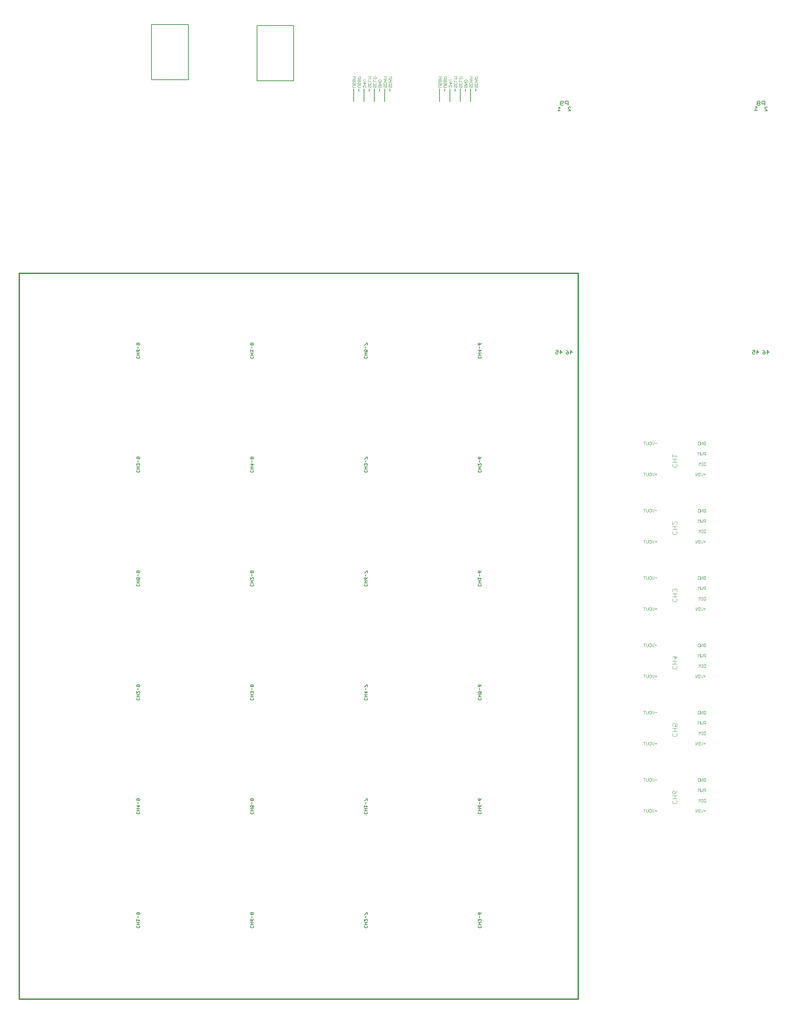
<source format=gbr>
G04 EAGLE Gerber X2 export*
%TF.Part,Single*%
%TF.FileFunction,Legend,Bot,1*%
%TF.FilePolarity,Positive*%
%TF.GenerationSoftware,Autodesk,EAGLE,8.6.1*%
%TF.CreationDate,2018-02-09T18:52:31Z*%
G75*
%MOMM*%
%FSLAX34Y34*%
%LPD*%
%AMOC8*
5,1,8,0,0,1.08239X$1,22.5*%
G01*
%ADD10C,0.101600*%
%ADD11C,0.304800*%
%ADD12C,0.152400*%
%ADD13C,0.050800*%
%ADD14C,0.203200*%
%ADD15C,0.127000*%
%ADD16C,0.177800*%


D10*
X2349847Y1021510D02*
X2351796Y1019561D01*
X2351796Y1015663D01*
X2349847Y1013714D01*
X2342051Y1013714D01*
X2340102Y1015663D01*
X2340102Y1019561D01*
X2342051Y1021510D01*
X2340102Y1025408D02*
X2351796Y1025408D01*
X2345949Y1025408D02*
X2345949Y1033204D01*
X2351796Y1033204D02*
X2340102Y1033204D01*
X2349847Y1041000D02*
X2351796Y1044898D01*
X2349847Y1041000D02*
X2345949Y1037102D01*
X2342051Y1037102D01*
X2340102Y1039051D01*
X2340102Y1042949D01*
X2342051Y1044898D01*
X2344000Y1044898D01*
X2345949Y1042949D01*
X2345949Y1037102D01*
X2351796Y1184661D02*
X2349847Y1186610D01*
X2351796Y1184661D02*
X2351796Y1180763D01*
X2349847Y1178814D01*
X2342051Y1178814D01*
X2340102Y1180763D01*
X2340102Y1184661D01*
X2342051Y1186610D01*
X2340102Y1190508D02*
X2351796Y1190508D01*
X2345949Y1190508D02*
X2345949Y1198304D01*
X2351796Y1198304D02*
X2340102Y1198304D01*
X2351796Y1202202D02*
X2351796Y1209998D01*
X2351796Y1202202D02*
X2345949Y1202202D01*
X2347898Y1206100D01*
X2347898Y1208049D01*
X2345949Y1209998D01*
X2342051Y1209998D01*
X2340102Y1208049D01*
X2340102Y1204151D01*
X2342051Y1202202D01*
X2351796Y1349761D02*
X2349847Y1351710D01*
X2351796Y1349761D02*
X2351796Y1345863D01*
X2349847Y1343914D01*
X2342051Y1343914D01*
X2340102Y1345863D01*
X2340102Y1349761D01*
X2342051Y1351710D01*
X2340102Y1355608D02*
X2351796Y1355608D01*
X2345949Y1355608D02*
X2345949Y1363404D01*
X2351796Y1363404D02*
X2340102Y1363404D01*
X2340102Y1373149D02*
X2351796Y1373149D01*
X2345949Y1367302D01*
X2345949Y1375098D01*
X2351796Y1514861D02*
X2349847Y1516810D01*
X2351796Y1514861D02*
X2351796Y1510963D01*
X2349847Y1509014D01*
X2342051Y1509014D01*
X2340102Y1510963D01*
X2340102Y1514861D01*
X2342051Y1516810D01*
X2340102Y1520708D02*
X2351796Y1520708D01*
X2345949Y1520708D02*
X2345949Y1528504D01*
X2351796Y1528504D02*
X2340102Y1528504D01*
X2349847Y1532402D02*
X2351796Y1534351D01*
X2351796Y1538249D01*
X2349847Y1540198D01*
X2347898Y1540198D01*
X2345949Y1538249D01*
X2345949Y1536300D01*
X2345949Y1538249D02*
X2344000Y1540198D01*
X2342051Y1540198D01*
X2340102Y1538249D01*
X2340102Y1534351D01*
X2342051Y1532402D01*
X2351796Y1679961D02*
X2349847Y1681910D01*
X2351796Y1679961D02*
X2351796Y1676063D01*
X2349847Y1674114D01*
X2342051Y1674114D01*
X2340102Y1676063D01*
X2340102Y1679961D01*
X2342051Y1681910D01*
X2340102Y1685808D02*
X2351796Y1685808D01*
X2345949Y1685808D02*
X2345949Y1693604D01*
X2351796Y1693604D02*
X2340102Y1693604D01*
X2340102Y1697502D02*
X2340102Y1705298D01*
X2340102Y1697502D02*
X2347898Y1705298D01*
X2349847Y1705298D01*
X2351796Y1703349D01*
X2351796Y1699451D01*
X2349847Y1697502D01*
X2351796Y1845061D02*
X2349847Y1847010D01*
X2351796Y1845061D02*
X2351796Y1841163D01*
X2349847Y1839214D01*
X2342051Y1839214D01*
X2340102Y1841163D01*
X2340102Y1845061D01*
X2342051Y1847010D01*
X2340102Y1850908D02*
X2351796Y1850908D01*
X2345949Y1850908D02*
X2345949Y1858704D01*
X2351796Y1858704D02*
X2340102Y1858704D01*
X2347898Y1862602D02*
X2351796Y1866500D01*
X2340102Y1866500D01*
X2340102Y1862602D02*
X2340102Y1870398D01*
D11*
X2109470Y533908D02*
X737870Y533908D01*
X2109470Y533908D02*
X2109470Y2313940D01*
X737870Y2313940D01*
X737870Y533908D01*
D12*
X1583588Y2735377D02*
X1583588Y2767127D01*
X1570888Y2767127D02*
X1570888Y2760777D01*
X1558188Y2767127D02*
X1558188Y2735377D01*
X1647088Y2760777D02*
X1647088Y2767127D01*
X1634388Y2767127D02*
X1634388Y2735377D01*
X1621688Y2760777D02*
X1621688Y2767127D01*
X1608988Y2767127D02*
X1608988Y2735377D01*
X1596288Y2760777D02*
X1596288Y2767127D01*
D13*
X1624699Y2775301D02*
X1625885Y2774115D01*
X1625885Y2771742D01*
X1624699Y2770556D01*
X1619954Y2770556D01*
X1618767Y2771742D01*
X1618767Y2774115D01*
X1619954Y2775301D01*
X1622326Y2775301D01*
X1622326Y2772929D01*
X1618767Y2777572D02*
X1625885Y2777572D01*
X1618767Y2782318D01*
X1625885Y2782318D01*
X1625885Y2784589D02*
X1618767Y2784589D01*
X1618767Y2788148D01*
X1619954Y2789334D01*
X1624699Y2789334D01*
X1625885Y2788148D01*
X1625885Y2784589D01*
X1580667Y2775301D02*
X1580667Y2770556D01*
X1585413Y2775301D01*
X1586599Y2775301D01*
X1587785Y2774115D01*
X1587785Y2771742D01*
X1586599Y2770556D01*
X1587785Y2781131D02*
X1580667Y2781131D01*
X1584226Y2777572D02*
X1587785Y2781131D01*
X1584226Y2782318D02*
X1584226Y2777572D01*
X1583040Y2784589D02*
X1587785Y2784589D01*
X1583040Y2784589D02*
X1580667Y2786961D01*
X1583040Y2789334D01*
X1587785Y2789334D01*
X1650099Y2775301D02*
X1651285Y2774115D01*
X1651285Y2771742D01*
X1650099Y2770556D01*
X1648913Y2770556D01*
X1647726Y2771742D01*
X1647726Y2774115D01*
X1646540Y2775301D01*
X1645354Y2775301D01*
X1644167Y2774115D01*
X1644167Y2771742D01*
X1645354Y2770556D01*
X1644167Y2777572D02*
X1651285Y2777572D01*
X1644167Y2777572D02*
X1644167Y2781131D01*
X1645354Y2782318D01*
X1650099Y2782318D01*
X1651285Y2781131D01*
X1651285Y2777572D01*
X1648913Y2784589D02*
X1644167Y2784589D01*
X1648913Y2784589D02*
X1651285Y2786961D01*
X1648913Y2789334D01*
X1644167Y2789334D01*
X1647726Y2789334D02*
X1647726Y2784589D01*
X1644167Y2791605D02*
X1651285Y2791605D01*
X1651285Y2795164D01*
X1650099Y2796350D01*
X1647726Y2796350D01*
X1646540Y2795164D01*
X1646540Y2791605D01*
X1637399Y2775301D02*
X1638585Y2774115D01*
X1638585Y2771742D01*
X1637399Y2770556D01*
X1636213Y2770556D01*
X1635026Y2771742D01*
X1635026Y2774115D01*
X1633840Y2775301D01*
X1632654Y2775301D01*
X1631467Y2774115D01*
X1631467Y2771742D01*
X1632654Y2770556D01*
X1631467Y2777572D02*
X1638585Y2777572D01*
X1631467Y2777572D02*
X1631467Y2781131D01*
X1632654Y2782318D01*
X1637399Y2782318D01*
X1638585Y2781131D01*
X1638585Y2777572D01*
X1636213Y2784589D02*
X1631467Y2784589D01*
X1636213Y2784589D02*
X1638585Y2786961D01*
X1636213Y2789334D01*
X1631467Y2789334D01*
X1635026Y2789334D02*
X1635026Y2784589D01*
X1631467Y2791605D02*
X1638585Y2791605D01*
X1636213Y2793978D01*
X1638585Y2796350D01*
X1631467Y2796350D01*
X1611999Y2775301D02*
X1613185Y2774115D01*
X1613185Y2771742D01*
X1611999Y2770556D01*
X1610813Y2770556D01*
X1609626Y2771742D01*
X1609626Y2774115D01*
X1608440Y2775301D01*
X1607254Y2775301D01*
X1606067Y2774115D01*
X1606067Y2771742D01*
X1607254Y2770556D01*
X1613185Y2781131D02*
X1611999Y2782318D01*
X1613185Y2781131D02*
X1613185Y2778759D01*
X1611999Y2777572D01*
X1607254Y2777572D01*
X1606067Y2778759D01*
X1606067Y2781131D01*
X1607254Y2782318D01*
X1606067Y2784589D02*
X1613185Y2784589D01*
X1606067Y2784589D02*
X1606067Y2789334D01*
X1606067Y2791605D02*
X1613185Y2791605D01*
X1613185Y2795164D01*
X1611999Y2796350D01*
X1609626Y2796350D01*
X1608440Y2795164D01*
X1608440Y2791605D01*
X1599299Y2775301D02*
X1600485Y2774115D01*
X1600485Y2771742D01*
X1599299Y2770556D01*
X1598113Y2770556D01*
X1596926Y2771742D01*
X1596926Y2774115D01*
X1595740Y2775301D01*
X1594554Y2775301D01*
X1593367Y2774115D01*
X1593367Y2771742D01*
X1594554Y2770556D01*
X1600485Y2781131D02*
X1599299Y2782318D01*
X1600485Y2781131D02*
X1600485Y2778759D01*
X1599299Y2777572D01*
X1594554Y2777572D01*
X1593367Y2778759D01*
X1593367Y2781131D01*
X1594554Y2782318D01*
X1593367Y2784589D02*
X1600485Y2784589D01*
X1593367Y2784589D02*
X1593367Y2789334D01*
X1593367Y2791605D02*
X1600485Y2791605D01*
X1598113Y2793978D01*
X1600485Y2796350D01*
X1593367Y2796350D01*
X1575085Y2770556D02*
X1569154Y2770556D01*
X1567967Y2771742D01*
X1567967Y2774115D01*
X1569154Y2775301D01*
X1575085Y2775301D01*
X1575085Y2781131D02*
X1573899Y2782318D01*
X1575085Y2781131D02*
X1575085Y2778759D01*
X1573899Y2777572D01*
X1572713Y2777572D01*
X1571526Y2778759D01*
X1571526Y2781131D01*
X1570340Y2782318D01*
X1569154Y2782318D01*
X1567967Y2781131D01*
X1567967Y2778759D01*
X1569154Y2777572D01*
X1567967Y2784589D02*
X1575085Y2784589D01*
X1575085Y2788148D01*
X1573899Y2789334D01*
X1572713Y2789334D01*
X1571526Y2788148D01*
X1570340Y2789334D01*
X1569154Y2789334D01*
X1567967Y2788148D01*
X1567967Y2784589D01*
X1571526Y2784589D02*
X1571526Y2788148D01*
X1567967Y2791605D02*
X1575085Y2791605D01*
X1575085Y2795164D01*
X1573899Y2796350D01*
X1571526Y2796350D01*
X1570340Y2795164D01*
X1570340Y2791605D01*
X1562385Y2770556D02*
X1556454Y2770556D01*
X1555267Y2771742D01*
X1555267Y2774115D01*
X1556454Y2775301D01*
X1562385Y2775301D01*
X1562385Y2781131D02*
X1561199Y2782318D01*
X1562385Y2781131D02*
X1562385Y2778759D01*
X1561199Y2777572D01*
X1560013Y2777572D01*
X1558826Y2778759D01*
X1558826Y2781131D01*
X1557640Y2782318D01*
X1556454Y2782318D01*
X1555267Y2781131D01*
X1555267Y2778759D01*
X1556454Y2777572D01*
X1555267Y2784589D02*
X1562385Y2784589D01*
X1562385Y2788148D01*
X1561199Y2789334D01*
X1560013Y2789334D01*
X1558826Y2788148D01*
X1557640Y2789334D01*
X1556454Y2789334D01*
X1555267Y2788148D01*
X1555267Y2784589D01*
X1558826Y2784589D02*
X1558826Y2788148D01*
X1555267Y2791605D02*
X1562385Y2791605D01*
X1560013Y2793978D01*
X1562385Y2796350D01*
X1555267Y2796350D01*
D12*
X1794408Y2767127D02*
X1794408Y2735377D01*
X1781708Y2760777D02*
X1781708Y2767127D01*
X1769008Y2767127D02*
X1769008Y2735377D01*
X1857908Y2760777D02*
X1857908Y2767127D01*
X1845208Y2767127D02*
X1845208Y2735377D01*
X1832508Y2760777D02*
X1832508Y2767127D01*
X1819808Y2767127D02*
X1819808Y2735377D01*
X1807108Y2760777D02*
X1807108Y2767127D01*
D13*
X1835519Y2775301D02*
X1836705Y2774115D01*
X1836705Y2771742D01*
X1835519Y2770556D01*
X1830774Y2770556D01*
X1829587Y2771742D01*
X1829587Y2774115D01*
X1830774Y2775301D01*
X1833146Y2775301D01*
X1833146Y2772929D01*
X1829587Y2777572D02*
X1836705Y2777572D01*
X1829587Y2782318D01*
X1836705Y2782318D01*
X1836705Y2784589D02*
X1829587Y2784589D01*
X1829587Y2788148D01*
X1830774Y2789334D01*
X1835519Y2789334D01*
X1836705Y2788148D01*
X1836705Y2784589D01*
X1791487Y2775301D02*
X1791487Y2770556D01*
X1796233Y2775301D01*
X1797419Y2775301D01*
X1798605Y2774115D01*
X1798605Y2771742D01*
X1797419Y2770556D01*
X1798605Y2781131D02*
X1791487Y2781131D01*
X1795046Y2777572D02*
X1798605Y2781131D01*
X1795046Y2782318D02*
X1795046Y2777572D01*
X1793860Y2784589D02*
X1798605Y2784589D01*
X1793860Y2784589D02*
X1791487Y2786961D01*
X1793860Y2789334D01*
X1798605Y2789334D01*
X1860919Y2775301D02*
X1862105Y2774115D01*
X1862105Y2771742D01*
X1860919Y2770556D01*
X1859733Y2770556D01*
X1858546Y2771742D01*
X1858546Y2774115D01*
X1857360Y2775301D01*
X1856174Y2775301D01*
X1854987Y2774115D01*
X1854987Y2771742D01*
X1856174Y2770556D01*
X1854987Y2777572D02*
X1862105Y2777572D01*
X1854987Y2777572D02*
X1854987Y2781131D01*
X1856174Y2782318D01*
X1860919Y2782318D01*
X1862105Y2781131D01*
X1862105Y2777572D01*
X1859733Y2784589D02*
X1854987Y2784589D01*
X1859733Y2784589D02*
X1862105Y2786961D01*
X1859733Y2789334D01*
X1854987Y2789334D01*
X1858546Y2789334D02*
X1858546Y2784589D01*
X1854987Y2791605D02*
X1862105Y2791605D01*
X1862105Y2795164D01*
X1860919Y2796350D01*
X1858546Y2796350D01*
X1857360Y2795164D01*
X1857360Y2791605D01*
X1848219Y2775301D02*
X1849405Y2774115D01*
X1849405Y2771742D01*
X1848219Y2770556D01*
X1847033Y2770556D01*
X1845846Y2771742D01*
X1845846Y2774115D01*
X1844660Y2775301D01*
X1843474Y2775301D01*
X1842287Y2774115D01*
X1842287Y2771742D01*
X1843474Y2770556D01*
X1842287Y2777572D02*
X1849405Y2777572D01*
X1842287Y2777572D02*
X1842287Y2781131D01*
X1843474Y2782318D01*
X1848219Y2782318D01*
X1849405Y2781131D01*
X1849405Y2777572D01*
X1847033Y2784589D02*
X1842287Y2784589D01*
X1847033Y2784589D02*
X1849405Y2786961D01*
X1847033Y2789334D01*
X1842287Y2789334D01*
X1845846Y2789334D02*
X1845846Y2784589D01*
X1842287Y2791605D02*
X1849405Y2791605D01*
X1847033Y2793978D01*
X1849405Y2796350D01*
X1842287Y2796350D01*
X1822819Y2775301D02*
X1824005Y2774115D01*
X1824005Y2771742D01*
X1822819Y2770556D01*
X1821633Y2770556D01*
X1820446Y2771742D01*
X1820446Y2774115D01*
X1819260Y2775301D01*
X1818074Y2775301D01*
X1816887Y2774115D01*
X1816887Y2771742D01*
X1818074Y2770556D01*
X1824005Y2781131D02*
X1822819Y2782318D01*
X1824005Y2781131D02*
X1824005Y2778759D01*
X1822819Y2777572D01*
X1818074Y2777572D01*
X1816887Y2778759D01*
X1816887Y2781131D01*
X1818074Y2782318D01*
X1816887Y2784589D02*
X1824005Y2784589D01*
X1816887Y2784589D02*
X1816887Y2789334D01*
X1816887Y2791605D02*
X1824005Y2791605D01*
X1824005Y2795164D01*
X1822819Y2796350D01*
X1820446Y2796350D01*
X1819260Y2795164D01*
X1819260Y2791605D01*
X1810119Y2775301D02*
X1811305Y2774115D01*
X1811305Y2771742D01*
X1810119Y2770556D01*
X1808933Y2770556D01*
X1807746Y2771742D01*
X1807746Y2774115D01*
X1806560Y2775301D01*
X1805374Y2775301D01*
X1804187Y2774115D01*
X1804187Y2771742D01*
X1805374Y2770556D01*
X1811305Y2781131D02*
X1810119Y2782318D01*
X1811305Y2781131D02*
X1811305Y2778759D01*
X1810119Y2777572D01*
X1805374Y2777572D01*
X1804187Y2778759D01*
X1804187Y2781131D01*
X1805374Y2782318D01*
X1804187Y2784589D02*
X1811305Y2784589D01*
X1804187Y2784589D02*
X1804187Y2789334D01*
X1804187Y2791605D02*
X1811305Y2791605D01*
X1808933Y2793978D01*
X1811305Y2796350D01*
X1804187Y2796350D01*
X1785905Y2770556D02*
X1779974Y2770556D01*
X1778787Y2771742D01*
X1778787Y2774115D01*
X1779974Y2775301D01*
X1785905Y2775301D01*
X1785905Y2781131D02*
X1784719Y2782318D01*
X1785905Y2781131D02*
X1785905Y2778759D01*
X1784719Y2777572D01*
X1783533Y2777572D01*
X1782346Y2778759D01*
X1782346Y2781131D01*
X1781160Y2782318D01*
X1779974Y2782318D01*
X1778787Y2781131D01*
X1778787Y2778759D01*
X1779974Y2777572D01*
X1778787Y2784589D02*
X1785905Y2784589D01*
X1785905Y2788148D01*
X1784719Y2789334D01*
X1783533Y2789334D01*
X1782346Y2788148D01*
X1781160Y2789334D01*
X1779974Y2789334D01*
X1778787Y2788148D01*
X1778787Y2784589D01*
X1782346Y2784589D02*
X1782346Y2788148D01*
X1778787Y2791605D02*
X1785905Y2791605D01*
X1785905Y2795164D01*
X1784719Y2796350D01*
X1782346Y2796350D01*
X1781160Y2795164D01*
X1781160Y2791605D01*
X1773205Y2770556D02*
X1767274Y2770556D01*
X1766087Y2771742D01*
X1766087Y2774115D01*
X1767274Y2775301D01*
X1773205Y2775301D01*
X1773205Y2781131D02*
X1772019Y2782318D01*
X1773205Y2781131D02*
X1773205Y2778759D01*
X1772019Y2777572D01*
X1770833Y2777572D01*
X1769646Y2778759D01*
X1769646Y2781131D01*
X1768460Y2782318D01*
X1767274Y2782318D01*
X1766087Y2781131D01*
X1766087Y2778759D01*
X1767274Y2777572D01*
X1766087Y2784589D02*
X1773205Y2784589D01*
X1773205Y2788148D01*
X1772019Y2789334D01*
X1770833Y2789334D01*
X1769646Y2788148D01*
X1768460Y2789334D01*
X1767274Y2789334D01*
X1766087Y2788148D01*
X1766087Y2784589D01*
X1769646Y2784589D02*
X1769646Y2788148D01*
X1766087Y2791605D02*
X1773205Y2791605D01*
X1770833Y2793978D01*
X1773205Y2796350D01*
X1766087Y2796350D01*
D14*
X2567086Y2736783D02*
X2567086Y2726106D01*
X2567086Y2736783D02*
X2561748Y2736783D01*
X2559968Y2735003D01*
X2559968Y2731444D01*
X2561748Y2729665D01*
X2567086Y2729665D01*
X2555392Y2735003D02*
X2553613Y2736783D01*
X2550054Y2736783D01*
X2548274Y2735003D01*
X2548274Y2733224D01*
X2550054Y2731444D01*
X2548274Y2729665D01*
X2548274Y2727885D01*
X2550054Y2726106D01*
X2553613Y2726106D01*
X2555392Y2727885D01*
X2555392Y2729665D01*
X2553613Y2731444D01*
X2555392Y2733224D01*
X2555392Y2735003D01*
X2553613Y2731444D02*
X2550054Y2731444D01*
X2084486Y2726106D02*
X2084486Y2736783D01*
X2079148Y2736783D01*
X2077368Y2735003D01*
X2077368Y2731444D01*
X2079148Y2729665D01*
X2084486Y2729665D01*
X2072792Y2727885D02*
X2071013Y2726106D01*
X2067454Y2726106D01*
X2065674Y2727885D01*
X2065674Y2735003D01*
X2067454Y2736783D01*
X2071013Y2736783D01*
X2072792Y2735003D01*
X2072792Y2733224D01*
X2071013Y2731444D01*
X2065674Y2731444D01*
X2544980Y2724083D02*
X2548539Y2720524D01*
X2544980Y2724083D02*
X2544980Y2713406D01*
X2548539Y2713406D02*
X2541421Y2713406D01*
D12*
X2065024Y2718914D02*
X2062143Y2721795D01*
X2062143Y2713152D01*
X2065024Y2713152D02*
X2059262Y2713152D01*
X2084662Y2713152D02*
X2090424Y2713152D01*
X2084662Y2718914D01*
X2084662Y2720355D01*
X2086102Y2721795D01*
X2088983Y2721795D01*
X2090424Y2720355D01*
X2567262Y2713152D02*
X2573024Y2713152D01*
X2567262Y2718914D01*
X2567262Y2720355D01*
X2568702Y2721795D01*
X2571583Y2721795D01*
X2573024Y2720355D01*
X2573380Y2124895D02*
X2573380Y2116252D01*
X2577702Y2120574D02*
X2573380Y2124895D01*
X2571939Y2120574D02*
X2577702Y2120574D01*
X2565465Y2123455D02*
X2562584Y2124895D01*
X2565465Y2123455D02*
X2568346Y2120574D01*
X2568346Y2117692D01*
X2566906Y2116252D01*
X2564025Y2116252D01*
X2562584Y2117692D01*
X2562584Y2119133D01*
X2564025Y2120574D01*
X2568346Y2120574D01*
X2547980Y2116252D02*
X2547980Y2124895D01*
X2552302Y2120574D01*
X2546539Y2120574D01*
X2542946Y2124895D02*
X2537184Y2124895D01*
X2542946Y2124895D02*
X2542946Y2120574D01*
X2540065Y2122014D01*
X2538625Y2122014D01*
X2537184Y2120574D01*
X2537184Y2117692D01*
X2538625Y2116252D01*
X2541506Y2116252D01*
X2542946Y2117692D01*
X2065380Y2116252D02*
X2065380Y2124895D01*
X2069702Y2120574D01*
X2063939Y2120574D01*
X2060346Y2124895D02*
X2054584Y2124895D01*
X2060346Y2124895D02*
X2060346Y2120574D01*
X2057465Y2122014D01*
X2056025Y2122014D01*
X2054584Y2120574D01*
X2054584Y2117692D01*
X2056025Y2116252D01*
X2058906Y2116252D01*
X2060346Y2117692D01*
X2090780Y2116252D02*
X2090780Y2124895D01*
X2095102Y2120574D01*
X2089339Y2120574D01*
X2082865Y2123455D02*
X2079984Y2124895D01*
X2082865Y2123455D02*
X2085746Y2120574D01*
X2085746Y2117692D01*
X2084306Y2116252D01*
X2081425Y2116252D01*
X2079984Y2117692D01*
X2079984Y2119133D01*
X2081425Y2120574D01*
X2085746Y2120574D01*
D15*
X1152338Y2788844D02*
X1120038Y2788844D01*
X1152338Y2788844D02*
X1152338Y2924344D01*
X1062338Y2924344D01*
X1062338Y2788844D01*
X1121308Y2788844D01*
X1378610Y2786812D02*
X1410910Y2786812D01*
X1410910Y2922312D01*
X1320910Y2922312D01*
X1320910Y2786812D01*
X1379880Y2786812D01*
D13*
X2417145Y1820929D02*
X2421890Y1820929D01*
X2419517Y1823302D02*
X2419517Y1818556D01*
X2414874Y1819743D02*
X2414874Y1824488D01*
X2414874Y1819743D02*
X2412501Y1817370D01*
X2410128Y1819743D01*
X2410128Y1824488D01*
X2407857Y1817370D02*
X2405485Y1817370D01*
X2406671Y1817370D02*
X2406671Y1824488D01*
X2407857Y1824488D02*
X2405485Y1824488D01*
X2403180Y1824488D02*
X2403180Y1817370D01*
X2398434Y1817370D02*
X2403180Y1824488D01*
X2398434Y1824488D02*
X2398434Y1817370D01*
X2421890Y1842770D02*
X2421890Y1849888D01*
X2421890Y1842770D02*
X2418331Y1842770D01*
X2417145Y1843956D01*
X2417145Y1848702D01*
X2418331Y1849888D01*
X2421890Y1849888D01*
X2414874Y1842770D02*
X2412501Y1842770D01*
X2413687Y1842770D02*
X2413687Y1849888D01*
X2412501Y1849888D02*
X2414874Y1849888D01*
X2410196Y1849888D02*
X2410196Y1842770D01*
X2407823Y1847515D02*
X2410196Y1849888D01*
X2407823Y1847515D02*
X2405451Y1849888D01*
X2405451Y1842770D01*
X2421890Y1868170D02*
X2421890Y1875288D01*
X2418331Y1875288D01*
X2417145Y1874102D01*
X2417145Y1871729D01*
X2418331Y1870543D01*
X2421890Y1870543D01*
X2414874Y1868170D02*
X2414874Y1875288D01*
X2412501Y1870543D02*
X2414874Y1868170D01*
X2412501Y1870543D02*
X2410128Y1868170D01*
X2410128Y1875288D01*
X2407857Y1875288D02*
X2407857Y1868170D01*
X2405485Y1872915D02*
X2407857Y1875288D01*
X2405485Y1872915D02*
X2403112Y1875288D01*
X2403112Y1868170D01*
X2417145Y1899502D02*
X2418331Y1900688D01*
X2420704Y1900688D01*
X2421890Y1899502D01*
X2421890Y1894756D01*
X2420704Y1893570D01*
X2418331Y1893570D01*
X2417145Y1894756D01*
X2417145Y1897129D01*
X2419517Y1897129D01*
X2414874Y1893570D02*
X2414874Y1900688D01*
X2410128Y1893570D01*
X2410128Y1900688D01*
X2407857Y1900688D02*
X2407857Y1893570D01*
X2404298Y1893570D01*
X2403112Y1894756D01*
X2403112Y1899502D01*
X2404298Y1900688D01*
X2407857Y1900688D01*
X2302032Y1820929D02*
X2297287Y1820929D01*
X2299659Y1823302D02*
X2299659Y1818556D01*
X2295016Y1819743D02*
X2295016Y1824488D01*
X2295016Y1819743D02*
X2292643Y1817370D01*
X2290270Y1819743D01*
X2290270Y1824488D01*
X2286813Y1824488D02*
X2284440Y1824488D01*
X2286813Y1824488D02*
X2287999Y1823302D01*
X2287999Y1818556D01*
X2286813Y1817370D01*
X2284440Y1817370D01*
X2283254Y1818556D01*
X2283254Y1823302D01*
X2284440Y1824488D01*
X2280983Y1824488D02*
X2280983Y1818556D01*
X2279797Y1817370D01*
X2277424Y1817370D01*
X2276237Y1818556D01*
X2276237Y1824488D01*
X2271594Y1824488D02*
X2271594Y1817370D01*
X2273966Y1824488D02*
X2269221Y1824488D01*
X2297287Y1897129D02*
X2302032Y1897129D01*
X2295016Y1895943D02*
X2295016Y1900688D01*
X2295016Y1895943D02*
X2292643Y1893570D01*
X2290270Y1895943D01*
X2290270Y1900688D01*
X2286813Y1900688D02*
X2284440Y1900688D01*
X2286813Y1900688D02*
X2287999Y1899502D01*
X2287999Y1894756D01*
X2286813Y1893570D01*
X2284440Y1893570D01*
X2283254Y1894756D01*
X2283254Y1899502D01*
X2284440Y1900688D01*
X2280983Y1900688D02*
X2280983Y1894756D01*
X2279797Y1893570D01*
X2277424Y1893570D01*
X2276237Y1894756D01*
X2276237Y1900688D01*
X2271594Y1900688D02*
X2271594Y1893570D01*
X2273966Y1900688D02*
X2269221Y1900688D01*
X2417145Y1655829D02*
X2421890Y1655829D01*
X2419517Y1658202D02*
X2419517Y1653456D01*
X2414874Y1654643D02*
X2414874Y1659388D01*
X2414874Y1654643D02*
X2412501Y1652270D01*
X2410128Y1654643D01*
X2410128Y1659388D01*
X2407857Y1652270D02*
X2405485Y1652270D01*
X2406671Y1652270D02*
X2406671Y1659388D01*
X2407857Y1659388D02*
X2405485Y1659388D01*
X2403180Y1659388D02*
X2403180Y1652270D01*
X2398434Y1652270D02*
X2403180Y1659388D01*
X2398434Y1659388D02*
X2398434Y1652270D01*
X2421890Y1677670D02*
X2421890Y1684788D01*
X2421890Y1677670D02*
X2418331Y1677670D01*
X2417145Y1678856D01*
X2417145Y1683602D01*
X2418331Y1684788D01*
X2421890Y1684788D01*
X2414874Y1677670D02*
X2412501Y1677670D01*
X2413687Y1677670D02*
X2413687Y1684788D01*
X2412501Y1684788D02*
X2414874Y1684788D01*
X2410196Y1684788D02*
X2410196Y1677670D01*
X2407823Y1682415D02*
X2410196Y1684788D01*
X2407823Y1682415D02*
X2405451Y1684788D01*
X2405451Y1677670D01*
X2421890Y1703070D02*
X2421890Y1710188D01*
X2418331Y1710188D01*
X2417145Y1709002D01*
X2417145Y1706629D01*
X2418331Y1705443D01*
X2421890Y1705443D01*
X2414874Y1703070D02*
X2414874Y1710188D01*
X2412501Y1705443D02*
X2414874Y1703070D01*
X2412501Y1705443D02*
X2410128Y1703070D01*
X2410128Y1710188D01*
X2407857Y1710188D02*
X2407857Y1703070D01*
X2405485Y1707815D02*
X2407857Y1710188D01*
X2405485Y1707815D02*
X2403112Y1710188D01*
X2403112Y1703070D01*
X2417145Y1734402D02*
X2418331Y1735588D01*
X2420704Y1735588D01*
X2421890Y1734402D01*
X2421890Y1729656D01*
X2420704Y1728470D01*
X2418331Y1728470D01*
X2417145Y1729656D01*
X2417145Y1732029D01*
X2419517Y1732029D01*
X2414874Y1728470D02*
X2414874Y1735588D01*
X2410128Y1728470D01*
X2410128Y1735588D01*
X2407857Y1735588D02*
X2407857Y1728470D01*
X2404298Y1728470D01*
X2403112Y1729656D01*
X2403112Y1734402D01*
X2404298Y1735588D01*
X2407857Y1735588D01*
X2302032Y1655829D02*
X2297287Y1655829D01*
X2299659Y1658202D02*
X2299659Y1653456D01*
X2295016Y1654643D02*
X2295016Y1659388D01*
X2295016Y1654643D02*
X2292643Y1652270D01*
X2290270Y1654643D01*
X2290270Y1659388D01*
X2286813Y1659388D02*
X2284440Y1659388D01*
X2286813Y1659388D02*
X2287999Y1658202D01*
X2287999Y1653456D01*
X2286813Y1652270D01*
X2284440Y1652270D01*
X2283254Y1653456D01*
X2283254Y1658202D01*
X2284440Y1659388D01*
X2280983Y1659388D02*
X2280983Y1653456D01*
X2279797Y1652270D01*
X2277424Y1652270D01*
X2276237Y1653456D01*
X2276237Y1659388D01*
X2271594Y1659388D02*
X2271594Y1652270D01*
X2273966Y1659388D02*
X2269221Y1659388D01*
X2297287Y1732029D02*
X2302032Y1732029D01*
X2295016Y1730843D02*
X2295016Y1735588D01*
X2295016Y1730843D02*
X2292643Y1728470D01*
X2290270Y1730843D01*
X2290270Y1735588D01*
X2286813Y1735588D02*
X2284440Y1735588D01*
X2286813Y1735588D02*
X2287999Y1734402D01*
X2287999Y1729656D01*
X2286813Y1728470D01*
X2284440Y1728470D01*
X2283254Y1729656D01*
X2283254Y1734402D01*
X2284440Y1735588D01*
X2280983Y1735588D02*
X2280983Y1729656D01*
X2279797Y1728470D01*
X2277424Y1728470D01*
X2276237Y1729656D01*
X2276237Y1735588D01*
X2271594Y1735588D02*
X2271594Y1728470D01*
X2273966Y1735588D02*
X2269221Y1735588D01*
X2417145Y1490729D02*
X2421890Y1490729D01*
X2419517Y1493102D02*
X2419517Y1488356D01*
X2414874Y1489543D02*
X2414874Y1494288D01*
X2414874Y1489543D02*
X2412501Y1487170D01*
X2410128Y1489543D01*
X2410128Y1494288D01*
X2407857Y1487170D02*
X2405485Y1487170D01*
X2406671Y1487170D02*
X2406671Y1494288D01*
X2407857Y1494288D02*
X2405485Y1494288D01*
X2403180Y1494288D02*
X2403180Y1487170D01*
X2398434Y1487170D02*
X2403180Y1494288D01*
X2398434Y1494288D02*
X2398434Y1487170D01*
X2421890Y1512570D02*
X2421890Y1519688D01*
X2421890Y1512570D02*
X2418331Y1512570D01*
X2417145Y1513756D01*
X2417145Y1518502D01*
X2418331Y1519688D01*
X2421890Y1519688D01*
X2414874Y1512570D02*
X2412501Y1512570D01*
X2413687Y1512570D02*
X2413687Y1519688D01*
X2412501Y1519688D02*
X2414874Y1519688D01*
X2410196Y1519688D02*
X2410196Y1512570D01*
X2407823Y1517315D02*
X2410196Y1519688D01*
X2407823Y1517315D02*
X2405451Y1519688D01*
X2405451Y1512570D01*
X2421890Y1537970D02*
X2421890Y1545088D01*
X2418331Y1545088D01*
X2417145Y1543902D01*
X2417145Y1541529D01*
X2418331Y1540343D01*
X2421890Y1540343D01*
X2414874Y1537970D02*
X2414874Y1545088D01*
X2412501Y1540343D02*
X2414874Y1537970D01*
X2412501Y1540343D02*
X2410128Y1537970D01*
X2410128Y1545088D01*
X2407857Y1545088D02*
X2407857Y1537970D01*
X2405485Y1542715D02*
X2407857Y1545088D01*
X2405485Y1542715D02*
X2403112Y1545088D01*
X2403112Y1537970D01*
X2417145Y1569302D02*
X2418331Y1570488D01*
X2420704Y1570488D01*
X2421890Y1569302D01*
X2421890Y1564556D01*
X2420704Y1563370D01*
X2418331Y1563370D01*
X2417145Y1564556D01*
X2417145Y1566929D01*
X2419517Y1566929D01*
X2414874Y1563370D02*
X2414874Y1570488D01*
X2410128Y1563370D01*
X2410128Y1570488D01*
X2407857Y1570488D02*
X2407857Y1563370D01*
X2404298Y1563370D01*
X2403112Y1564556D01*
X2403112Y1569302D01*
X2404298Y1570488D01*
X2407857Y1570488D01*
X2302032Y1490729D02*
X2297287Y1490729D01*
X2299659Y1493102D02*
X2299659Y1488356D01*
X2295016Y1489543D02*
X2295016Y1494288D01*
X2295016Y1489543D02*
X2292643Y1487170D01*
X2290270Y1489543D01*
X2290270Y1494288D01*
X2286813Y1494288D02*
X2284440Y1494288D01*
X2286813Y1494288D02*
X2287999Y1493102D01*
X2287999Y1488356D01*
X2286813Y1487170D01*
X2284440Y1487170D01*
X2283254Y1488356D01*
X2283254Y1493102D01*
X2284440Y1494288D01*
X2280983Y1494288D02*
X2280983Y1488356D01*
X2279797Y1487170D01*
X2277424Y1487170D01*
X2276237Y1488356D01*
X2276237Y1494288D01*
X2271594Y1494288D02*
X2271594Y1487170D01*
X2273966Y1494288D02*
X2269221Y1494288D01*
X2297287Y1566929D02*
X2302032Y1566929D01*
X2295016Y1565743D02*
X2295016Y1570488D01*
X2295016Y1565743D02*
X2292643Y1563370D01*
X2290270Y1565743D01*
X2290270Y1570488D01*
X2286813Y1570488D02*
X2284440Y1570488D01*
X2286813Y1570488D02*
X2287999Y1569302D01*
X2287999Y1564556D01*
X2286813Y1563370D01*
X2284440Y1563370D01*
X2283254Y1564556D01*
X2283254Y1569302D01*
X2284440Y1570488D01*
X2280983Y1570488D02*
X2280983Y1564556D01*
X2279797Y1563370D01*
X2277424Y1563370D01*
X2276237Y1564556D01*
X2276237Y1570488D01*
X2271594Y1570488D02*
X2271594Y1563370D01*
X2273966Y1570488D02*
X2269221Y1570488D01*
X2417145Y1325629D02*
X2421890Y1325629D01*
X2419517Y1328002D02*
X2419517Y1323256D01*
X2414874Y1324443D02*
X2414874Y1329188D01*
X2414874Y1324443D02*
X2412501Y1322070D01*
X2410128Y1324443D01*
X2410128Y1329188D01*
X2407857Y1322070D02*
X2405485Y1322070D01*
X2406671Y1322070D02*
X2406671Y1329188D01*
X2407857Y1329188D02*
X2405485Y1329188D01*
X2403180Y1329188D02*
X2403180Y1322070D01*
X2398434Y1322070D02*
X2403180Y1329188D01*
X2398434Y1329188D02*
X2398434Y1322070D01*
X2421890Y1347470D02*
X2421890Y1354588D01*
X2421890Y1347470D02*
X2418331Y1347470D01*
X2417145Y1348656D01*
X2417145Y1353402D01*
X2418331Y1354588D01*
X2421890Y1354588D01*
X2414874Y1347470D02*
X2412501Y1347470D01*
X2413687Y1347470D02*
X2413687Y1354588D01*
X2412501Y1354588D02*
X2414874Y1354588D01*
X2410196Y1354588D02*
X2410196Y1347470D01*
X2407823Y1352215D02*
X2410196Y1354588D01*
X2407823Y1352215D02*
X2405451Y1354588D01*
X2405451Y1347470D01*
X2421890Y1372870D02*
X2421890Y1379988D01*
X2418331Y1379988D01*
X2417145Y1378802D01*
X2417145Y1376429D01*
X2418331Y1375243D01*
X2421890Y1375243D01*
X2414874Y1372870D02*
X2414874Y1379988D01*
X2412501Y1375243D02*
X2414874Y1372870D01*
X2412501Y1375243D02*
X2410128Y1372870D01*
X2410128Y1379988D01*
X2407857Y1379988D02*
X2407857Y1372870D01*
X2405485Y1377615D02*
X2407857Y1379988D01*
X2405485Y1377615D02*
X2403112Y1379988D01*
X2403112Y1372870D01*
X2417145Y1404202D02*
X2418331Y1405388D01*
X2420704Y1405388D01*
X2421890Y1404202D01*
X2421890Y1399456D01*
X2420704Y1398270D01*
X2418331Y1398270D01*
X2417145Y1399456D01*
X2417145Y1401829D01*
X2419517Y1401829D01*
X2414874Y1398270D02*
X2414874Y1405388D01*
X2410128Y1398270D01*
X2410128Y1405388D01*
X2407857Y1405388D02*
X2407857Y1398270D01*
X2404298Y1398270D01*
X2403112Y1399456D01*
X2403112Y1404202D01*
X2404298Y1405388D01*
X2407857Y1405388D01*
X2302032Y1325629D02*
X2297287Y1325629D01*
X2299659Y1328002D02*
X2299659Y1323256D01*
X2295016Y1324443D02*
X2295016Y1329188D01*
X2295016Y1324443D02*
X2292643Y1322070D01*
X2290270Y1324443D01*
X2290270Y1329188D01*
X2286813Y1329188D02*
X2284440Y1329188D01*
X2286813Y1329188D02*
X2287999Y1328002D01*
X2287999Y1323256D01*
X2286813Y1322070D01*
X2284440Y1322070D01*
X2283254Y1323256D01*
X2283254Y1328002D01*
X2284440Y1329188D01*
X2280983Y1329188D02*
X2280983Y1323256D01*
X2279797Y1322070D01*
X2277424Y1322070D01*
X2276237Y1323256D01*
X2276237Y1329188D01*
X2271594Y1329188D02*
X2271594Y1322070D01*
X2273966Y1329188D02*
X2269221Y1329188D01*
X2297287Y1401829D02*
X2302032Y1401829D01*
X2295016Y1400643D02*
X2295016Y1405388D01*
X2295016Y1400643D02*
X2292643Y1398270D01*
X2290270Y1400643D01*
X2290270Y1405388D01*
X2286813Y1405388D02*
X2284440Y1405388D01*
X2286813Y1405388D02*
X2287999Y1404202D01*
X2287999Y1399456D01*
X2286813Y1398270D01*
X2284440Y1398270D01*
X2283254Y1399456D01*
X2283254Y1404202D01*
X2284440Y1405388D01*
X2280983Y1405388D02*
X2280983Y1399456D01*
X2279797Y1398270D01*
X2277424Y1398270D01*
X2276237Y1399456D01*
X2276237Y1405388D01*
X2271594Y1405388D02*
X2271594Y1398270D01*
X2273966Y1405388D02*
X2269221Y1405388D01*
X2417145Y1160529D02*
X2421890Y1160529D01*
X2419517Y1162902D02*
X2419517Y1158156D01*
X2414874Y1159343D02*
X2414874Y1164088D01*
X2414874Y1159343D02*
X2412501Y1156970D01*
X2410128Y1159343D01*
X2410128Y1164088D01*
X2407857Y1156970D02*
X2405485Y1156970D01*
X2406671Y1156970D02*
X2406671Y1164088D01*
X2407857Y1164088D02*
X2405485Y1164088D01*
X2403180Y1164088D02*
X2403180Y1156970D01*
X2398434Y1156970D02*
X2403180Y1164088D01*
X2398434Y1164088D02*
X2398434Y1156970D01*
X2421890Y1182370D02*
X2421890Y1189488D01*
X2421890Y1182370D02*
X2418331Y1182370D01*
X2417145Y1183556D01*
X2417145Y1188302D01*
X2418331Y1189488D01*
X2421890Y1189488D01*
X2414874Y1182370D02*
X2412501Y1182370D01*
X2413687Y1182370D02*
X2413687Y1189488D01*
X2412501Y1189488D02*
X2414874Y1189488D01*
X2410196Y1189488D02*
X2410196Y1182370D01*
X2407823Y1187115D02*
X2410196Y1189488D01*
X2407823Y1187115D02*
X2405451Y1189488D01*
X2405451Y1182370D01*
X2421890Y1207770D02*
X2421890Y1214888D01*
X2418331Y1214888D01*
X2417145Y1213702D01*
X2417145Y1211329D01*
X2418331Y1210143D01*
X2421890Y1210143D01*
X2414874Y1207770D02*
X2414874Y1214888D01*
X2412501Y1210143D02*
X2414874Y1207770D01*
X2412501Y1210143D02*
X2410128Y1207770D01*
X2410128Y1214888D01*
X2407857Y1214888D02*
X2407857Y1207770D01*
X2405485Y1212515D02*
X2407857Y1214888D01*
X2405485Y1212515D02*
X2403112Y1214888D01*
X2403112Y1207770D01*
X2417145Y1239102D02*
X2418331Y1240288D01*
X2420704Y1240288D01*
X2421890Y1239102D01*
X2421890Y1234356D01*
X2420704Y1233170D01*
X2418331Y1233170D01*
X2417145Y1234356D01*
X2417145Y1236729D01*
X2419517Y1236729D01*
X2414874Y1233170D02*
X2414874Y1240288D01*
X2410128Y1233170D01*
X2410128Y1240288D01*
X2407857Y1240288D02*
X2407857Y1233170D01*
X2404298Y1233170D01*
X2403112Y1234356D01*
X2403112Y1239102D01*
X2404298Y1240288D01*
X2407857Y1240288D01*
X2302032Y1160529D02*
X2297287Y1160529D01*
X2299659Y1162902D02*
X2299659Y1158156D01*
X2295016Y1159343D02*
X2295016Y1164088D01*
X2295016Y1159343D02*
X2292643Y1156970D01*
X2290270Y1159343D01*
X2290270Y1164088D01*
X2286813Y1164088D02*
X2284440Y1164088D01*
X2286813Y1164088D02*
X2287999Y1162902D01*
X2287999Y1158156D01*
X2286813Y1156970D01*
X2284440Y1156970D01*
X2283254Y1158156D01*
X2283254Y1162902D01*
X2284440Y1164088D01*
X2280983Y1164088D02*
X2280983Y1158156D01*
X2279797Y1156970D01*
X2277424Y1156970D01*
X2276237Y1158156D01*
X2276237Y1164088D01*
X2271594Y1164088D02*
X2271594Y1156970D01*
X2273966Y1164088D02*
X2269221Y1164088D01*
X2297287Y1236729D02*
X2302032Y1236729D01*
X2295016Y1235543D02*
X2295016Y1240288D01*
X2295016Y1235543D02*
X2292643Y1233170D01*
X2290270Y1235543D01*
X2290270Y1240288D01*
X2286813Y1240288D02*
X2284440Y1240288D01*
X2286813Y1240288D02*
X2287999Y1239102D01*
X2287999Y1234356D01*
X2286813Y1233170D01*
X2284440Y1233170D01*
X2283254Y1234356D01*
X2283254Y1239102D01*
X2284440Y1240288D01*
X2280983Y1240288D02*
X2280983Y1234356D01*
X2279797Y1233170D01*
X2277424Y1233170D01*
X2276237Y1234356D01*
X2276237Y1240288D01*
X2271594Y1240288D02*
X2271594Y1233170D01*
X2273966Y1240288D02*
X2269221Y1240288D01*
X2417145Y995429D02*
X2421890Y995429D01*
X2419517Y997802D02*
X2419517Y993056D01*
X2414874Y994243D02*
X2414874Y998988D01*
X2414874Y994243D02*
X2412501Y991870D01*
X2410128Y994243D01*
X2410128Y998988D01*
X2407857Y991870D02*
X2405485Y991870D01*
X2406671Y991870D02*
X2406671Y998988D01*
X2407857Y998988D02*
X2405485Y998988D01*
X2403180Y998988D02*
X2403180Y991870D01*
X2398434Y991870D02*
X2403180Y998988D01*
X2398434Y998988D02*
X2398434Y991870D01*
X2421890Y1017270D02*
X2421890Y1024388D01*
X2421890Y1017270D02*
X2418331Y1017270D01*
X2417145Y1018456D01*
X2417145Y1023202D01*
X2418331Y1024388D01*
X2421890Y1024388D01*
X2414874Y1017270D02*
X2412501Y1017270D01*
X2413687Y1017270D02*
X2413687Y1024388D01*
X2412501Y1024388D02*
X2414874Y1024388D01*
X2410196Y1024388D02*
X2410196Y1017270D01*
X2407823Y1022015D02*
X2410196Y1024388D01*
X2407823Y1022015D02*
X2405451Y1024388D01*
X2405451Y1017270D01*
X2421890Y1042670D02*
X2421890Y1049788D01*
X2418331Y1049788D01*
X2417145Y1048602D01*
X2417145Y1046229D01*
X2418331Y1045043D01*
X2421890Y1045043D01*
X2414874Y1042670D02*
X2414874Y1049788D01*
X2412501Y1045043D02*
X2414874Y1042670D01*
X2412501Y1045043D02*
X2410128Y1042670D01*
X2410128Y1049788D01*
X2407857Y1049788D02*
X2407857Y1042670D01*
X2405485Y1047415D02*
X2407857Y1049788D01*
X2405485Y1047415D02*
X2403112Y1049788D01*
X2403112Y1042670D01*
X2417145Y1074002D02*
X2418331Y1075188D01*
X2420704Y1075188D01*
X2421890Y1074002D01*
X2421890Y1069256D01*
X2420704Y1068070D01*
X2418331Y1068070D01*
X2417145Y1069256D01*
X2417145Y1071629D01*
X2419517Y1071629D01*
X2414874Y1068070D02*
X2414874Y1075188D01*
X2410128Y1068070D01*
X2410128Y1075188D01*
X2407857Y1075188D02*
X2407857Y1068070D01*
X2404298Y1068070D01*
X2403112Y1069256D01*
X2403112Y1074002D01*
X2404298Y1075188D01*
X2407857Y1075188D01*
X2302032Y995429D02*
X2297287Y995429D01*
X2299659Y997802D02*
X2299659Y993056D01*
X2295016Y994243D02*
X2295016Y998988D01*
X2295016Y994243D02*
X2292643Y991870D01*
X2290270Y994243D01*
X2290270Y998988D01*
X2286813Y998988D02*
X2284440Y998988D01*
X2286813Y998988D02*
X2287999Y997802D01*
X2287999Y993056D01*
X2286813Y991870D01*
X2284440Y991870D01*
X2283254Y993056D01*
X2283254Y997802D01*
X2284440Y998988D01*
X2280983Y998988D02*
X2280983Y993056D01*
X2279797Y991870D01*
X2277424Y991870D01*
X2276237Y993056D01*
X2276237Y998988D01*
X2271594Y998988D02*
X2271594Y991870D01*
X2273966Y998988D02*
X2269221Y998988D01*
X2297287Y1071629D02*
X2302032Y1071629D01*
X2295016Y1070443D02*
X2295016Y1075188D01*
X2295016Y1070443D02*
X2292643Y1068070D01*
X2290270Y1070443D01*
X2290270Y1075188D01*
X2286813Y1075188D02*
X2284440Y1075188D01*
X2286813Y1075188D02*
X2287999Y1074002D01*
X2287999Y1069256D01*
X2286813Y1068070D01*
X2284440Y1068070D01*
X2283254Y1069256D01*
X2283254Y1074002D01*
X2284440Y1075188D01*
X2280983Y1075188D02*
X2280983Y1069256D01*
X2279797Y1068070D01*
X2277424Y1068070D01*
X2276237Y1069256D01*
X2276237Y1075188D01*
X2271594Y1075188D02*
X2271594Y1068070D01*
X2273966Y1075188D02*
X2269221Y1075188D01*
D16*
X1312297Y1550292D02*
X1311111Y1551478D01*
X1312297Y1550292D02*
X1312297Y1547919D01*
X1311111Y1546733D01*
X1306365Y1546733D01*
X1305179Y1547919D01*
X1305179Y1550292D01*
X1306365Y1551478D01*
X1305179Y1554919D02*
X1312297Y1554919D01*
X1308738Y1554919D02*
X1308738Y1559664D01*
X1312297Y1559664D02*
X1305179Y1559664D01*
X1305179Y1563105D02*
X1305179Y1567850D01*
X1305179Y1563105D02*
X1309924Y1567850D01*
X1311111Y1567850D01*
X1312297Y1566664D01*
X1312297Y1564291D01*
X1311111Y1563105D01*
X1308738Y1571290D02*
X1308738Y1576036D01*
X1311111Y1579476D02*
X1312297Y1580662D01*
X1312297Y1583035D01*
X1311111Y1584222D01*
X1309924Y1584222D01*
X1308738Y1583035D01*
X1307552Y1584222D01*
X1306365Y1584222D01*
X1305179Y1583035D01*
X1305179Y1580662D01*
X1306365Y1579476D01*
X1307552Y1579476D01*
X1308738Y1580662D01*
X1309924Y1579476D01*
X1311111Y1579476D01*
X1308738Y1580662D02*
X1308738Y1583035D01*
X1590511Y1551478D02*
X1591697Y1550292D01*
X1591697Y1547919D01*
X1590511Y1546733D01*
X1585765Y1546733D01*
X1584579Y1547919D01*
X1584579Y1550292D01*
X1585765Y1551478D01*
X1584579Y1554919D02*
X1591697Y1554919D01*
X1588138Y1554919D02*
X1588138Y1559664D01*
X1591697Y1559664D02*
X1584579Y1559664D01*
X1590511Y1565477D02*
X1591697Y1567850D01*
X1590511Y1565477D02*
X1588138Y1563105D01*
X1585765Y1563105D01*
X1584579Y1564291D01*
X1584579Y1566664D01*
X1585765Y1567850D01*
X1586952Y1567850D01*
X1588138Y1566664D01*
X1588138Y1563105D01*
X1588138Y1571290D02*
X1588138Y1576036D01*
X1591697Y1579476D02*
X1591697Y1584222D01*
X1590511Y1584222D01*
X1585765Y1579476D01*
X1584579Y1579476D01*
X1311111Y713278D02*
X1312297Y712092D01*
X1312297Y709719D01*
X1311111Y708533D01*
X1306365Y708533D01*
X1305179Y709719D01*
X1305179Y712092D01*
X1306365Y713278D01*
X1305179Y716719D02*
X1312297Y716719D01*
X1308738Y716719D02*
X1308738Y721464D01*
X1312297Y721464D02*
X1305179Y721464D01*
X1311111Y727277D02*
X1312297Y729650D01*
X1311111Y727277D02*
X1308738Y724905D01*
X1306365Y724905D01*
X1305179Y726091D01*
X1305179Y728464D01*
X1306365Y729650D01*
X1307552Y729650D01*
X1308738Y728464D01*
X1308738Y724905D01*
X1308738Y733090D02*
X1308738Y737836D01*
X1311111Y741276D02*
X1312297Y742462D01*
X1312297Y744835D01*
X1311111Y746022D01*
X1309924Y746022D01*
X1308738Y744835D01*
X1307552Y746022D01*
X1306365Y746022D01*
X1305179Y744835D01*
X1305179Y742462D01*
X1306365Y741276D01*
X1307552Y741276D01*
X1308738Y742462D01*
X1309924Y741276D01*
X1311111Y741276D01*
X1308738Y742462D02*
X1308738Y744835D01*
X1032897Y2109092D02*
X1031711Y2110278D01*
X1032897Y2109092D02*
X1032897Y2106719D01*
X1031711Y2105533D01*
X1026965Y2105533D01*
X1025779Y2106719D01*
X1025779Y2109092D01*
X1026965Y2110278D01*
X1025779Y2113719D02*
X1032897Y2113719D01*
X1029338Y2113719D02*
X1029338Y2118464D01*
X1032897Y2118464D02*
X1025779Y2118464D01*
X1031711Y2124277D02*
X1032897Y2126650D01*
X1031711Y2124277D02*
X1029338Y2121905D01*
X1026965Y2121905D01*
X1025779Y2123091D01*
X1025779Y2125464D01*
X1026965Y2126650D01*
X1028152Y2126650D01*
X1029338Y2125464D01*
X1029338Y2121905D01*
X1029338Y2130090D02*
X1029338Y2134836D01*
X1026965Y2138276D02*
X1025779Y2139462D01*
X1025779Y2141835D01*
X1026965Y2143022D01*
X1031711Y2143022D01*
X1032897Y2141835D01*
X1032897Y2139462D01*
X1031711Y2138276D01*
X1030524Y2138276D01*
X1029338Y2139462D01*
X1029338Y2143022D01*
X1869911Y1551478D02*
X1871097Y1550292D01*
X1871097Y1547919D01*
X1869911Y1546733D01*
X1865165Y1546733D01*
X1863979Y1547919D01*
X1863979Y1550292D01*
X1865165Y1551478D01*
X1863979Y1554919D02*
X1871097Y1554919D01*
X1867538Y1554919D02*
X1867538Y1559664D01*
X1871097Y1559664D02*
X1863979Y1559664D01*
X1868724Y1563105D02*
X1871097Y1565477D01*
X1863979Y1565477D01*
X1863979Y1563105D02*
X1863979Y1567850D01*
X1867538Y1571290D02*
X1867538Y1576036D01*
X1869911Y1581849D02*
X1871097Y1584222D01*
X1869911Y1581849D02*
X1867538Y1579476D01*
X1865165Y1579476D01*
X1863979Y1580662D01*
X1863979Y1583035D01*
X1865165Y1584222D01*
X1866352Y1584222D01*
X1867538Y1583035D01*
X1867538Y1579476D01*
X1590511Y992678D02*
X1591697Y991492D01*
X1591697Y989119D01*
X1590511Y987933D01*
X1585765Y987933D01*
X1584579Y989119D01*
X1584579Y991492D01*
X1585765Y992678D01*
X1584579Y996119D02*
X1591697Y996119D01*
X1588138Y996119D02*
X1588138Y1000864D01*
X1591697Y1000864D02*
X1584579Y1000864D01*
X1589324Y1004305D02*
X1591697Y1006677D01*
X1584579Y1006677D01*
X1584579Y1004305D02*
X1584579Y1009050D01*
X1588138Y1012490D02*
X1588138Y1017236D01*
X1591697Y1020676D02*
X1591697Y1025422D01*
X1590511Y1025422D01*
X1585765Y1020676D01*
X1584579Y1020676D01*
X1312297Y2109092D02*
X1311111Y2110278D01*
X1312297Y2109092D02*
X1312297Y2106719D01*
X1311111Y2105533D01*
X1306365Y2105533D01*
X1305179Y2106719D01*
X1305179Y2109092D01*
X1306365Y2110278D01*
X1305179Y2113719D02*
X1312297Y2113719D01*
X1308738Y2113719D02*
X1308738Y2118464D01*
X1312297Y2118464D02*
X1305179Y2118464D01*
X1309924Y2121905D02*
X1312297Y2124277D01*
X1305179Y2124277D01*
X1305179Y2121905D02*
X1305179Y2126650D01*
X1308738Y2130090D02*
X1308738Y2134836D01*
X1311111Y2138276D02*
X1312297Y2139462D01*
X1312297Y2141835D01*
X1311111Y2143022D01*
X1309924Y2143022D01*
X1308738Y2141835D01*
X1307552Y2143022D01*
X1306365Y2143022D01*
X1305179Y2141835D01*
X1305179Y2139462D01*
X1306365Y2138276D01*
X1307552Y2138276D01*
X1308738Y2139462D01*
X1309924Y2138276D01*
X1311111Y2138276D01*
X1308738Y2139462D02*
X1308738Y2141835D01*
X1031711Y713278D02*
X1032897Y712092D01*
X1032897Y709719D01*
X1031711Y708533D01*
X1026965Y708533D01*
X1025779Y709719D01*
X1025779Y712092D01*
X1026965Y713278D01*
X1025779Y716719D02*
X1032897Y716719D01*
X1029338Y716719D02*
X1029338Y721464D01*
X1032897Y721464D02*
X1025779Y721464D01*
X1030524Y724905D02*
X1032897Y727277D01*
X1025779Y727277D01*
X1025779Y724905D02*
X1025779Y729650D01*
X1029338Y733090D02*
X1029338Y737836D01*
X1026965Y741276D02*
X1025779Y742462D01*
X1025779Y744835D01*
X1026965Y746022D01*
X1031711Y746022D01*
X1032897Y744835D01*
X1032897Y742462D01*
X1031711Y741276D01*
X1030524Y741276D01*
X1029338Y742462D01*
X1029338Y746022D01*
X1869911Y713278D02*
X1871097Y712092D01*
X1871097Y709719D01*
X1869911Y708533D01*
X1865165Y708533D01*
X1863979Y709719D01*
X1863979Y712092D01*
X1865165Y713278D01*
X1863979Y716719D02*
X1871097Y716719D01*
X1867538Y716719D02*
X1867538Y721464D01*
X1871097Y721464D02*
X1863979Y721464D01*
X1869911Y724905D02*
X1871097Y726091D01*
X1871097Y728464D01*
X1869911Y729650D01*
X1868724Y729650D01*
X1867538Y728464D01*
X1867538Y727277D01*
X1867538Y728464D02*
X1866352Y729650D01*
X1865165Y729650D01*
X1863979Y728464D01*
X1863979Y726091D01*
X1865165Y724905D01*
X1867538Y733090D02*
X1867538Y737836D01*
X1869911Y743649D02*
X1871097Y746022D01*
X1869911Y743649D02*
X1867538Y741276D01*
X1865165Y741276D01*
X1863979Y742462D01*
X1863979Y744835D01*
X1865165Y746022D01*
X1866352Y746022D01*
X1867538Y744835D01*
X1867538Y741276D01*
X1591697Y1829692D02*
X1590511Y1830878D01*
X1591697Y1829692D02*
X1591697Y1827319D01*
X1590511Y1826133D01*
X1585765Y1826133D01*
X1584579Y1827319D01*
X1584579Y1829692D01*
X1585765Y1830878D01*
X1584579Y1834319D02*
X1591697Y1834319D01*
X1588138Y1834319D02*
X1588138Y1839064D01*
X1591697Y1839064D02*
X1584579Y1839064D01*
X1590511Y1842505D02*
X1591697Y1843691D01*
X1591697Y1846064D01*
X1590511Y1847250D01*
X1589324Y1847250D01*
X1588138Y1846064D01*
X1588138Y1844877D01*
X1588138Y1846064D02*
X1586952Y1847250D01*
X1585765Y1847250D01*
X1584579Y1846064D01*
X1584579Y1843691D01*
X1585765Y1842505D01*
X1588138Y1850690D02*
X1588138Y1855436D01*
X1591697Y1858876D02*
X1591697Y1863622D01*
X1590511Y1863622D01*
X1585765Y1858876D01*
X1584579Y1858876D01*
X1311111Y1272078D02*
X1312297Y1270892D01*
X1312297Y1268519D01*
X1311111Y1267333D01*
X1306365Y1267333D01*
X1305179Y1268519D01*
X1305179Y1270892D01*
X1306365Y1272078D01*
X1305179Y1275519D02*
X1312297Y1275519D01*
X1308738Y1275519D02*
X1308738Y1280264D01*
X1312297Y1280264D02*
X1305179Y1280264D01*
X1311111Y1283705D02*
X1312297Y1284891D01*
X1312297Y1287264D01*
X1311111Y1288450D01*
X1309924Y1288450D01*
X1308738Y1287264D01*
X1308738Y1286077D01*
X1308738Y1287264D02*
X1307552Y1288450D01*
X1306365Y1288450D01*
X1305179Y1287264D01*
X1305179Y1284891D01*
X1306365Y1283705D01*
X1308738Y1291890D02*
X1308738Y1296636D01*
X1311111Y1300076D02*
X1312297Y1301262D01*
X1312297Y1303635D01*
X1311111Y1304822D01*
X1309924Y1304822D01*
X1308738Y1303635D01*
X1307552Y1304822D01*
X1306365Y1304822D01*
X1305179Y1303635D01*
X1305179Y1301262D01*
X1306365Y1300076D01*
X1307552Y1300076D01*
X1308738Y1301262D01*
X1309924Y1300076D01*
X1311111Y1300076D01*
X1308738Y1301262D02*
X1308738Y1303635D01*
X1590511Y713278D02*
X1591697Y712092D01*
X1591697Y709719D01*
X1590511Y708533D01*
X1585765Y708533D01*
X1584579Y709719D01*
X1584579Y712092D01*
X1585765Y713278D01*
X1584579Y716719D02*
X1591697Y716719D01*
X1588138Y716719D02*
X1588138Y721464D01*
X1591697Y721464D02*
X1584579Y721464D01*
X1584579Y724905D02*
X1584579Y729650D01*
X1584579Y724905D02*
X1589324Y729650D01*
X1590511Y729650D01*
X1591697Y728464D01*
X1591697Y726091D01*
X1590511Y724905D01*
X1588138Y733090D02*
X1588138Y737836D01*
X1591697Y741276D02*
X1591697Y746022D01*
X1590511Y746022D01*
X1585765Y741276D01*
X1584579Y741276D01*
X1032897Y1829692D02*
X1031711Y1830878D01*
X1032897Y1829692D02*
X1032897Y1827319D01*
X1031711Y1826133D01*
X1026965Y1826133D01*
X1025779Y1827319D01*
X1025779Y1829692D01*
X1026965Y1830878D01*
X1025779Y1834319D02*
X1032897Y1834319D01*
X1029338Y1834319D02*
X1029338Y1839064D01*
X1032897Y1839064D02*
X1025779Y1839064D01*
X1031711Y1842505D02*
X1032897Y1843691D01*
X1032897Y1846064D01*
X1031711Y1847250D01*
X1030524Y1847250D01*
X1029338Y1846064D01*
X1029338Y1844877D01*
X1029338Y1846064D02*
X1028152Y1847250D01*
X1026965Y1847250D01*
X1025779Y1846064D01*
X1025779Y1843691D01*
X1026965Y1842505D01*
X1029338Y1850690D02*
X1029338Y1855436D01*
X1026965Y1858876D02*
X1025779Y1860062D01*
X1025779Y1862435D01*
X1026965Y1863622D01*
X1031711Y1863622D01*
X1032897Y1862435D01*
X1032897Y1860062D01*
X1031711Y1858876D01*
X1030524Y1858876D01*
X1029338Y1860062D01*
X1029338Y1863622D01*
X1869911Y1272078D02*
X1871097Y1270892D01*
X1871097Y1268519D01*
X1869911Y1267333D01*
X1865165Y1267333D01*
X1863979Y1268519D01*
X1863979Y1270892D01*
X1865165Y1272078D01*
X1863979Y1275519D02*
X1871097Y1275519D01*
X1867538Y1275519D02*
X1867538Y1280264D01*
X1871097Y1280264D02*
X1863979Y1280264D01*
X1871097Y1283705D02*
X1871097Y1288450D01*
X1871097Y1283705D02*
X1867538Y1283705D01*
X1868724Y1286077D01*
X1868724Y1287264D01*
X1867538Y1288450D01*
X1865165Y1288450D01*
X1863979Y1287264D01*
X1863979Y1284891D01*
X1865165Y1283705D01*
X1867538Y1291890D02*
X1867538Y1296636D01*
X1869911Y1302449D02*
X1871097Y1304822D01*
X1869911Y1302449D02*
X1867538Y1300076D01*
X1865165Y1300076D01*
X1863979Y1301262D01*
X1863979Y1303635D01*
X1865165Y1304822D01*
X1866352Y1304822D01*
X1867538Y1303635D01*
X1867538Y1300076D01*
X1591697Y2109092D02*
X1590511Y2110278D01*
X1591697Y2109092D02*
X1591697Y2106719D01*
X1590511Y2105533D01*
X1585765Y2105533D01*
X1584579Y2106719D01*
X1584579Y2109092D01*
X1585765Y2110278D01*
X1584579Y2113719D02*
X1591697Y2113719D01*
X1588138Y2113719D02*
X1588138Y2118464D01*
X1591697Y2118464D02*
X1584579Y2118464D01*
X1591697Y2121905D02*
X1591697Y2126650D01*
X1591697Y2121905D02*
X1588138Y2121905D01*
X1589324Y2124277D01*
X1589324Y2125464D01*
X1588138Y2126650D01*
X1585765Y2126650D01*
X1584579Y2125464D01*
X1584579Y2123091D01*
X1585765Y2121905D01*
X1588138Y2130090D02*
X1588138Y2134836D01*
X1591697Y2138276D02*
X1591697Y2143022D01*
X1590511Y2143022D01*
X1585765Y2138276D01*
X1584579Y2138276D01*
X1311111Y992678D02*
X1312297Y991492D01*
X1312297Y989119D01*
X1311111Y987933D01*
X1306365Y987933D01*
X1305179Y989119D01*
X1305179Y991492D01*
X1306365Y992678D01*
X1305179Y996119D02*
X1312297Y996119D01*
X1308738Y996119D02*
X1308738Y1000864D01*
X1312297Y1000864D02*
X1305179Y1000864D01*
X1312297Y1004305D02*
X1312297Y1009050D01*
X1312297Y1004305D02*
X1308738Y1004305D01*
X1309924Y1006677D01*
X1309924Y1007864D01*
X1308738Y1009050D01*
X1306365Y1009050D01*
X1305179Y1007864D01*
X1305179Y1005491D01*
X1306365Y1004305D01*
X1308738Y1012490D02*
X1308738Y1017236D01*
X1311111Y1020676D02*
X1312297Y1021862D01*
X1312297Y1024235D01*
X1311111Y1025422D01*
X1309924Y1025422D01*
X1308738Y1024235D01*
X1307552Y1025422D01*
X1306365Y1025422D01*
X1305179Y1024235D01*
X1305179Y1021862D01*
X1306365Y1020676D01*
X1307552Y1020676D01*
X1308738Y1021862D01*
X1309924Y1020676D01*
X1311111Y1020676D01*
X1308738Y1021862D02*
X1308738Y1024235D01*
X1032897Y1550292D02*
X1031711Y1551478D01*
X1032897Y1550292D02*
X1032897Y1547919D01*
X1031711Y1546733D01*
X1026965Y1546733D01*
X1025779Y1547919D01*
X1025779Y1550292D01*
X1026965Y1551478D01*
X1025779Y1554919D02*
X1032897Y1554919D01*
X1029338Y1554919D02*
X1029338Y1559664D01*
X1032897Y1559664D02*
X1025779Y1559664D01*
X1032897Y1563105D02*
X1032897Y1567850D01*
X1032897Y1563105D02*
X1029338Y1563105D01*
X1030524Y1565477D01*
X1030524Y1566664D01*
X1029338Y1567850D01*
X1026965Y1567850D01*
X1025779Y1566664D01*
X1025779Y1564291D01*
X1026965Y1563105D01*
X1029338Y1571290D02*
X1029338Y1576036D01*
X1026965Y1579476D02*
X1025779Y1580662D01*
X1025779Y1583035D01*
X1026965Y1584222D01*
X1031711Y1584222D01*
X1032897Y1583035D01*
X1032897Y1580662D01*
X1031711Y1579476D01*
X1030524Y1579476D01*
X1029338Y1580662D01*
X1029338Y1584222D01*
X1869911Y1830878D02*
X1871097Y1829692D01*
X1871097Y1827319D01*
X1869911Y1826133D01*
X1865165Y1826133D01*
X1863979Y1827319D01*
X1863979Y1829692D01*
X1865165Y1830878D01*
X1863979Y1834319D02*
X1871097Y1834319D01*
X1867538Y1834319D02*
X1867538Y1839064D01*
X1871097Y1839064D02*
X1863979Y1839064D01*
X1863979Y1842505D02*
X1863979Y1847250D01*
X1863979Y1842505D02*
X1868724Y1847250D01*
X1869911Y1847250D01*
X1871097Y1846064D01*
X1871097Y1843691D01*
X1869911Y1842505D01*
X1867538Y1850690D02*
X1867538Y1855436D01*
X1869911Y1861249D02*
X1871097Y1863622D01*
X1869911Y1861249D02*
X1867538Y1858876D01*
X1865165Y1858876D01*
X1863979Y1860062D01*
X1863979Y1862435D01*
X1865165Y1863622D01*
X1866352Y1863622D01*
X1867538Y1862435D01*
X1867538Y1858876D01*
X1032897Y1270892D02*
X1031711Y1272078D01*
X1032897Y1270892D02*
X1032897Y1268519D01*
X1031711Y1267333D01*
X1026965Y1267333D01*
X1025779Y1268519D01*
X1025779Y1270892D01*
X1026965Y1272078D01*
X1025779Y1275519D02*
X1032897Y1275519D01*
X1029338Y1275519D02*
X1029338Y1280264D01*
X1032897Y1280264D02*
X1025779Y1280264D01*
X1025779Y1283705D02*
X1025779Y1288450D01*
X1025779Y1283705D02*
X1030524Y1288450D01*
X1031711Y1288450D01*
X1032897Y1287264D01*
X1032897Y1284891D01*
X1031711Y1283705D01*
X1029338Y1291890D02*
X1029338Y1296636D01*
X1026965Y1300076D02*
X1025779Y1301262D01*
X1025779Y1303635D01*
X1026965Y1304822D01*
X1031711Y1304822D01*
X1032897Y1303635D01*
X1032897Y1301262D01*
X1031711Y1300076D01*
X1030524Y1300076D01*
X1029338Y1301262D01*
X1029338Y1304822D01*
X1869911Y2110278D02*
X1871097Y2109092D01*
X1871097Y2106719D01*
X1869911Y2105533D01*
X1865165Y2105533D01*
X1863979Y2106719D01*
X1863979Y2109092D01*
X1865165Y2110278D01*
X1863979Y2113719D02*
X1871097Y2113719D01*
X1867538Y2113719D02*
X1867538Y2118464D01*
X1871097Y2118464D02*
X1863979Y2118464D01*
X1863979Y2125464D02*
X1871097Y2125464D01*
X1867538Y2121905D01*
X1867538Y2126650D01*
X1867538Y2130090D02*
X1867538Y2134836D01*
X1869911Y2140649D02*
X1871097Y2143022D01*
X1869911Y2140649D02*
X1867538Y2138276D01*
X1865165Y2138276D01*
X1863979Y2139462D01*
X1863979Y2141835D01*
X1865165Y2143022D01*
X1866352Y2143022D01*
X1867538Y2141835D01*
X1867538Y2138276D01*
X1590511Y1272078D02*
X1591697Y1270892D01*
X1591697Y1268519D01*
X1590511Y1267333D01*
X1585765Y1267333D01*
X1584579Y1268519D01*
X1584579Y1270892D01*
X1585765Y1272078D01*
X1584579Y1275519D02*
X1591697Y1275519D01*
X1588138Y1275519D02*
X1588138Y1280264D01*
X1591697Y1280264D02*
X1584579Y1280264D01*
X1584579Y1287264D02*
X1591697Y1287264D01*
X1588138Y1283705D01*
X1588138Y1288450D01*
X1588138Y1291890D02*
X1588138Y1296636D01*
X1591697Y1300076D02*
X1591697Y1304822D01*
X1590511Y1304822D01*
X1585765Y1300076D01*
X1584579Y1300076D01*
X1312297Y1829692D02*
X1311111Y1830878D01*
X1312297Y1829692D02*
X1312297Y1827319D01*
X1311111Y1826133D01*
X1306365Y1826133D01*
X1305179Y1827319D01*
X1305179Y1829692D01*
X1306365Y1830878D01*
X1305179Y1834319D02*
X1312297Y1834319D01*
X1308738Y1834319D02*
X1308738Y1839064D01*
X1312297Y1839064D02*
X1305179Y1839064D01*
X1305179Y1846064D02*
X1312297Y1846064D01*
X1308738Y1842505D01*
X1308738Y1847250D01*
X1308738Y1850690D02*
X1308738Y1855436D01*
X1311111Y1858876D02*
X1312297Y1860062D01*
X1312297Y1862435D01*
X1311111Y1863622D01*
X1309924Y1863622D01*
X1308738Y1862435D01*
X1307552Y1863622D01*
X1306365Y1863622D01*
X1305179Y1862435D01*
X1305179Y1860062D01*
X1306365Y1858876D01*
X1307552Y1858876D01*
X1308738Y1860062D01*
X1309924Y1858876D01*
X1311111Y1858876D01*
X1308738Y1860062D02*
X1308738Y1862435D01*
X1031711Y992678D02*
X1032897Y991492D01*
X1032897Y989119D01*
X1031711Y987933D01*
X1026965Y987933D01*
X1025779Y989119D01*
X1025779Y991492D01*
X1026965Y992678D01*
X1025779Y996119D02*
X1032897Y996119D01*
X1029338Y996119D02*
X1029338Y1000864D01*
X1032897Y1000864D02*
X1025779Y1000864D01*
X1025779Y1007864D02*
X1032897Y1007864D01*
X1029338Y1004305D01*
X1029338Y1009050D01*
X1029338Y1012490D02*
X1029338Y1017236D01*
X1026965Y1020676D02*
X1025779Y1021862D01*
X1025779Y1024235D01*
X1026965Y1025422D01*
X1031711Y1025422D01*
X1032897Y1024235D01*
X1032897Y1021862D01*
X1031711Y1020676D01*
X1030524Y1020676D01*
X1029338Y1021862D01*
X1029338Y1025422D01*
X1869911Y992678D02*
X1871097Y991492D01*
X1871097Y989119D01*
X1869911Y987933D01*
X1865165Y987933D01*
X1863979Y989119D01*
X1863979Y991492D01*
X1865165Y992678D01*
X1863979Y996119D02*
X1871097Y996119D01*
X1867538Y996119D02*
X1867538Y1000864D01*
X1871097Y1000864D02*
X1863979Y1000864D01*
X1869911Y1006677D02*
X1871097Y1009050D01*
X1869911Y1006677D02*
X1867538Y1004305D01*
X1865165Y1004305D01*
X1863979Y1005491D01*
X1863979Y1007864D01*
X1865165Y1009050D01*
X1866352Y1009050D01*
X1867538Y1007864D01*
X1867538Y1004305D01*
X1867538Y1012490D02*
X1867538Y1017236D01*
X1869911Y1023049D02*
X1871097Y1025422D01*
X1869911Y1023049D02*
X1867538Y1020676D01*
X1865165Y1020676D01*
X1863979Y1021862D01*
X1863979Y1024235D01*
X1865165Y1025422D01*
X1866352Y1025422D01*
X1867538Y1024235D01*
X1867538Y1020676D01*
M02*

</source>
